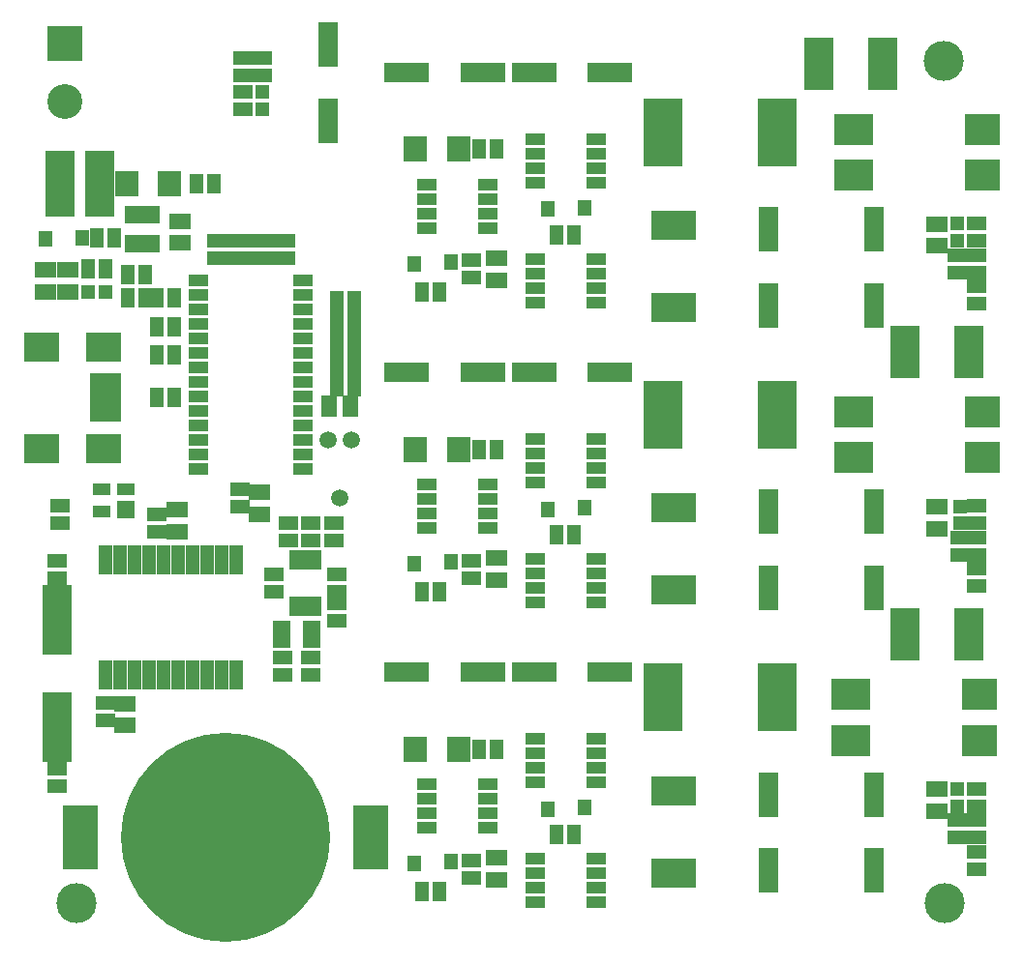
<source format=gts>
G04 (created by PCBNEW (2013-04-21 BZR 4107)-testing) date Thursday, 13 June 2013 16:51:55*
%MOIN*%
G04 Gerber Fmt 3.4, Leading zero omitted, Abs format*
%FSLAX34Y34*%
G01*
G70*
G90*
G04 APERTURE LIST*
%ADD10C,2.3622e-06*%
%ADD11R,0.07X0.04*%
%ADD12R,0.0797X0.0907*%
%ADD13R,0.134X0.2325*%
%ADD14R,0.1341X0.2325*%
%ADD15R,0.065X0.04*%
%ADD16R,0.075X0.055*%
%ADD17R,0.055X0.075*%
%ADD18R,0.045X0.065*%
%ADD19R,0.065X0.045*%
%ADD20R,0.1577X0.0987*%
%ADD21R,0.12X0.12*%
%ADD22C,0.12*%
%ADD23R,0.0514X0.0554*%
%ADD24R,0.1537X0.0672*%
%ADD25R,0.0672X0.1537*%
%ADD26C,0.0592*%
%ADD27R,0.0476X0.0594*%
%ADD28R,0.1184X0.2207*%
%ADD29C,0.7207*%
%ADD30R,0.0514X0.0514*%
%ADD31R,0.1X0.18*%
%ADD32R,0.0633X0.0948*%
%ADD33R,0.0594X0.0594*%
%ADD34R,0.0594X0.0436*%
%ADD35R,0.046X0.1*%
%ADD36R,0.1X0.24*%
%ADD37R,0.0987402X0.228661*%
%ADD38R,0.0357X0.0672*%
%ADD39C,0.1381*%
%ADD40R,0.122362X0.106614*%
%ADD41R,0.13811X0.106614*%
%ADD42R,0.108583X0.039685*%
%ADD43R,0.118425X0.0987402*%
G04 APERTURE END LIST*
G54D10*
G54D11*
X67983Y-56395D03*
X67983Y-56895D03*
X67983Y-57395D03*
X67983Y-57895D03*
X67983Y-58395D03*
X67983Y-58895D03*
X67983Y-59395D03*
X67983Y-59895D03*
X67983Y-60395D03*
X67983Y-60895D03*
X67983Y-61395D03*
X67983Y-61895D03*
X67983Y-62395D03*
X67983Y-62895D03*
X71583Y-62895D03*
X71583Y-62395D03*
X71583Y-61895D03*
X71583Y-61395D03*
X71583Y-60895D03*
X71583Y-60395D03*
X71583Y-59895D03*
X71583Y-59395D03*
X71583Y-58895D03*
X71583Y-58395D03*
X71583Y-57895D03*
X71583Y-57395D03*
X71583Y-56895D03*
X71583Y-56395D03*
G54D12*
X76921Y-72539D03*
X75441Y-72539D03*
X76921Y-51870D03*
X75441Y-51870D03*
X76921Y-62204D03*
X75441Y-62204D03*
G54D13*
X87894Y-51279D03*
G54D14*
X83957Y-51280D03*
G54D13*
X87894Y-61023D03*
G54D14*
X83957Y-61024D03*
G54D13*
X87894Y-70767D03*
G54D14*
X83957Y-70768D03*
G54D15*
X75820Y-54588D03*
X77920Y-54588D03*
X75820Y-54088D03*
X75820Y-53588D03*
X75820Y-53088D03*
X77920Y-54088D03*
X77920Y-53588D03*
X77920Y-53088D03*
X75820Y-75257D03*
X77920Y-75257D03*
X75820Y-74757D03*
X75820Y-74257D03*
X75820Y-73757D03*
X77920Y-74757D03*
X77920Y-74257D03*
X77920Y-73757D03*
X75820Y-64923D03*
X77920Y-64923D03*
X75820Y-64423D03*
X75820Y-63923D03*
X75820Y-63423D03*
X77920Y-64423D03*
X77920Y-63923D03*
X77920Y-63423D03*
G54D16*
X78248Y-66713D03*
X78248Y-65963D03*
G54D17*
X72459Y-60728D03*
X73209Y-60728D03*
G54D16*
X70078Y-63699D03*
X70078Y-64449D03*
X93405Y-64941D03*
X93405Y-64191D03*
X78248Y-77048D03*
X78248Y-76298D03*
X78248Y-56378D03*
X78248Y-55628D03*
X93405Y-55197D03*
X93405Y-54447D03*
G54D18*
X80310Y-65157D03*
X80910Y-65157D03*
G54D19*
X77362Y-56303D03*
X77362Y-55703D03*
G54D18*
X77652Y-62204D03*
X78252Y-62204D03*
G54D19*
X70964Y-55614D03*
X70964Y-55014D03*
X94783Y-76077D03*
X94783Y-76677D03*
X69488Y-50496D03*
X69488Y-49896D03*
X69488Y-49315D03*
X69488Y-48715D03*
X94783Y-56589D03*
X94783Y-57189D03*
G54D18*
X73331Y-57677D03*
X72731Y-57677D03*
X73331Y-57086D03*
X72731Y-57086D03*
G54D19*
X94783Y-54424D03*
X94783Y-55024D03*
X94783Y-55507D03*
X94783Y-56107D03*
G54D18*
X75684Y-56791D03*
X76284Y-56791D03*
X80310Y-54822D03*
X80910Y-54822D03*
X77652Y-51870D03*
X78252Y-51870D03*
G54D19*
X77362Y-66638D03*
X77362Y-66038D03*
X77362Y-76973D03*
X77362Y-76373D03*
G54D18*
X80310Y-75492D03*
X80910Y-75492D03*
X75684Y-77460D03*
X76284Y-77460D03*
X75684Y-67125D03*
X76284Y-67125D03*
G54D19*
X94783Y-74995D03*
X94783Y-75595D03*
X68602Y-55014D03*
X68602Y-55614D03*
X94783Y-73912D03*
X94783Y-74512D03*
X69783Y-55614D03*
X69783Y-55014D03*
X69192Y-55014D03*
X69192Y-55614D03*
X70374Y-55614D03*
X70374Y-55014D03*
G54D18*
X73331Y-59448D03*
X72731Y-59448D03*
X73331Y-60039D03*
X72731Y-60039D03*
G54D19*
X94783Y-66333D03*
X94783Y-66933D03*
G54D18*
X73331Y-58858D03*
X72731Y-58858D03*
X73331Y-58267D03*
X72731Y-58267D03*
G54D19*
X94783Y-64168D03*
X94783Y-64768D03*
X94783Y-65251D03*
X94783Y-65851D03*
G54D20*
X84350Y-73976D03*
X84350Y-76810D03*
X84350Y-54488D03*
X84350Y-57322D03*
X84350Y-64232D03*
X84350Y-67066D03*
G54D21*
X63385Y-48212D03*
G54D22*
X63385Y-50212D03*
G54D23*
X75393Y-55807D03*
X76653Y-55768D03*
X80019Y-74606D03*
X81279Y-74567D03*
X80019Y-53937D03*
X81279Y-53898D03*
X75393Y-66141D03*
X76653Y-66102D03*
X80019Y-64271D03*
X81279Y-64232D03*
X75393Y-76476D03*
X76653Y-76437D03*
G54D24*
X75139Y-69881D03*
X77756Y-69881D03*
X82144Y-69881D03*
X79527Y-69881D03*
X75139Y-49212D03*
X77756Y-49212D03*
G54D25*
X87598Y-66986D03*
X87598Y-64369D03*
X91240Y-66986D03*
X91240Y-64369D03*
G54D24*
X75139Y-59547D03*
X77756Y-59547D03*
G54D25*
X87598Y-76730D03*
X87598Y-74113D03*
X91240Y-57242D03*
X91240Y-54625D03*
X87598Y-57242D03*
X87598Y-54625D03*
G54D15*
X79560Y-63348D03*
X81660Y-63348D03*
X79560Y-62848D03*
X79560Y-62348D03*
X79560Y-61848D03*
X81660Y-62848D03*
X81660Y-62348D03*
X81660Y-61848D03*
X81660Y-65982D03*
X79560Y-65982D03*
X81660Y-66482D03*
X81660Y-66982D03*
X81660Y-67482D03*
X79560Y-66482D03*
X79560Y-66982D03*
X79560Y-67482D03*
X79560Y-73683D03*
X81660Y-73683D03*
X79560Y-73183D03*
X79560Y-72683D03*
X79560Y-72183D03*
X81660Y-73183D03*
X81660Y-72683D03*
X81660Y-72183D03*
X81660Y-76316D03*
X79560Y-76316D03*
X81660Y-76816D03*
X81660Y-77316D03*
X81660Y-77816D03*
X79560Y-76816D03*
X79560Y-77316D03*
X79560Y-77816D03*
X81660Y-55647D03*
X79560Y-55647D03*
X81660Y-56147D03*
X81660Y-56647D03*
X81660Y-57147D03*
X79560Y-56147D03*
X79560Y-56647D03*
X79560Y-57147D03*
X79560Y-53013D03*
X81660Y-53013D03*
X79560Y-52513D03*
X79560Y-52013D03*
X79560Y-51513D03*
X81660Y-52513D03*
X81660Y-52013D03*
X81660Y-51513D03*
G54D24*
X82144Y-59547D03*
X79527Y-59547D03*
X82144Y-49212D03*
X79527Y-49212D03*
G54D25*
X72440Y-48269D03*
X72440Y-50886D03*
G54D18*
X77652Y-72539D03*
X78252Y-72539D03*
G54D25*
X91240Y-76730D03*
X91240Y-74113D03*
G54D26*
X72434Y-61893D03*
X73234Y-61893D03*
X72834Y-63893D03*
G54D27*
X65668Y-54125D03*
X66043Y-54125D03*
X66418Y-54125D03*
X66418Y-55125D03*
X66043Y-55125D03*
X65668Y-55125D03*
G54D23*
X63976Y-54921D03*
X62716Y-54960D03*
G54D16*
X62696Y-56022D03*
X62696Y-56772D03*
X63484Y-56022D03*
X63484Y-56772D03*
X67322Y-54349D03*
X67322Y-55099D03*
G54D18*
X68508Y-53051D03*
X67908Y-53051D03*
X64768Y-56003D03*
X64168Y-56003D03*
X66146Y-56200D03*
X65546Y-56200D03*
X64463Y-54921D03*
X65063Y-54921D03*
G54D19*
X72637Y-65359D03*
X72637Y-64759D03*
X71850Y-65359D03*
X71850Y-64759D03*
X71062Y-65359D03*
X71062Y-64759D03*
X70570Y-67130D03*
X70570Y-66530D03*
X72736Y-66530D03*
X72736Y-67130D03*
X72736Y-68114D03*
X72736Y-67514D03*
X63090Y-66038D03*
X63090Y-66638D03*
X63188Y-64168D03*
X63188Y-64768D03*
G54D28*
X73897Y-75590D03*
G54D29*
X68898Y-75591D03*
G54D28*
X63897Y-75590D03*
G54D12*
X65500Y-53051D03*
X66980Y-53051D03*
G54D19*
X70866Y-69985D03*
X70866Y-69385D03*
X94192Y-65851D03*
X94192Y-65251D03*
X94094Y-56107D03*
X94094Y-55507D03*
X71850Y-69985D03*
X71850Y-69385D03*
X69389Y-64177D03*
X69389Y-63577D03*
G54D18*
X66146Y-56988D03*
X65546Y-56988D03*
G54D19*
X70177Y-48715D03*
X70177Y-49315D03*
X94094Y-75595D03*
X94094Y-74995D03*
X63090Y-73823D03*
X63090Y-73223D03*
G54D30*
X70177Y-50491D03*
X70177Y-49901D03*
X64173Y-56791D03*
X64763Y-56791D03*
X94094Y-54429D03*
X94094Y-55019D03*
X94192Y-64173D03*
X94192Y-64763D03*
X94094Y-73917D03*
X94094Y-74507D03*
G54D31*
X92305Y-68602D03*
X94505Y-68602D03*
X92305Y-58858D03*
X94505Y-58858D03*
X89352Y-48917D03*
X91552Y-48917D03*
G54D32*
X71870Y-68601D03*
X70846Y-68601D03*
G54D33*
X65475Y-64272D03*
G54D34*
X64643Y-63601D03*
X65475Y-63601D03*
X64643Y-64351D03*
G54D35*
X64777Y-69991D03*
X65277Y-69991D03*
X65777Y-69991D03*
X66277Y-69991D03*
X66777Y-69991D03*
X67277Y-69991D03*
X67777Y-69991D03*
X68277Y-69991D03*
X68777Y-69991D03*
X69277Y-69991D03*
X69277Y-66031D03*
X68777Y-66031D03*
X68277Y-66031D03*
X67777Y-66031D03*
X67277Y-66031D03*
X66777Y-66031D03*
X66277Y-66031D03*
X65777Y-66031D03*
X65277Y-66031D03*
X64777Y-66031D03*
G54D18*
X66530Y-56988D03*
X67130Y-56988D03*
X66530Y-57972D03*
X67130Y-57972D03*
X66530Y-58956D03*
X67130Y-58956D03*
X66530Y-60433D03*
X67130Y-60433D03*
G54D36*
X63090Y-68080D03*
X63090Y-71780D03*
G54D37*
X64566Y-53051D03*
X63188Y-53051D03*
G54D38*
X71270Y-67637D03*
X71526Y-67637D03*
X71780Y-67637D03*
X72036Y-67637D03*
X72036Y-66023D03*
X71780Y-66023D03*
X71526Y-66023D03*
X71270Y-66023D03*
G54D39*
X93622Y-48819D03*
X63779Y-77854D03*
X93660Y-77854D03*
G54D40*
X94960Y-52755D03*
X94960Y-51181D03*
G54D41*
X90551Y-52755D03*
X90551Y-51181D03*
G54D40*
X94862Y-72244D03*
X94862Y-70669D03*
G54D41*
X90452Y-72244D03*
X90452Y-70669D03*
G54D40*
X94960Y-62500D03*
X94960Y-60925D03*
G54D41*
X90551Y-62500D03*
X90551Y-60925D03*
G54D42*
X64763Y-60433D03*
X64763Y-60118D03*
X64763Y-61062D03*
X64763Y-60748D03*
X64763Y-59803D03*
G54D43*
X62568Y-62185D03*
X62568Y-58681D03*
X64714Y-62185D03*
X64714Y-58681D03*
G54D16*
X93405Y-74686D03*
X93405Y-73936D03*
X65452Y-70983D03*
X65452Y-71733D03*
X67224Y-65040D03*
X67224Y-64290D03*
G54D19*
X66535Y-64463D03*
X66535Y-65063D03*
X64763Y-71559D03*
X64763Y-70959D03*
M02*

</source>
